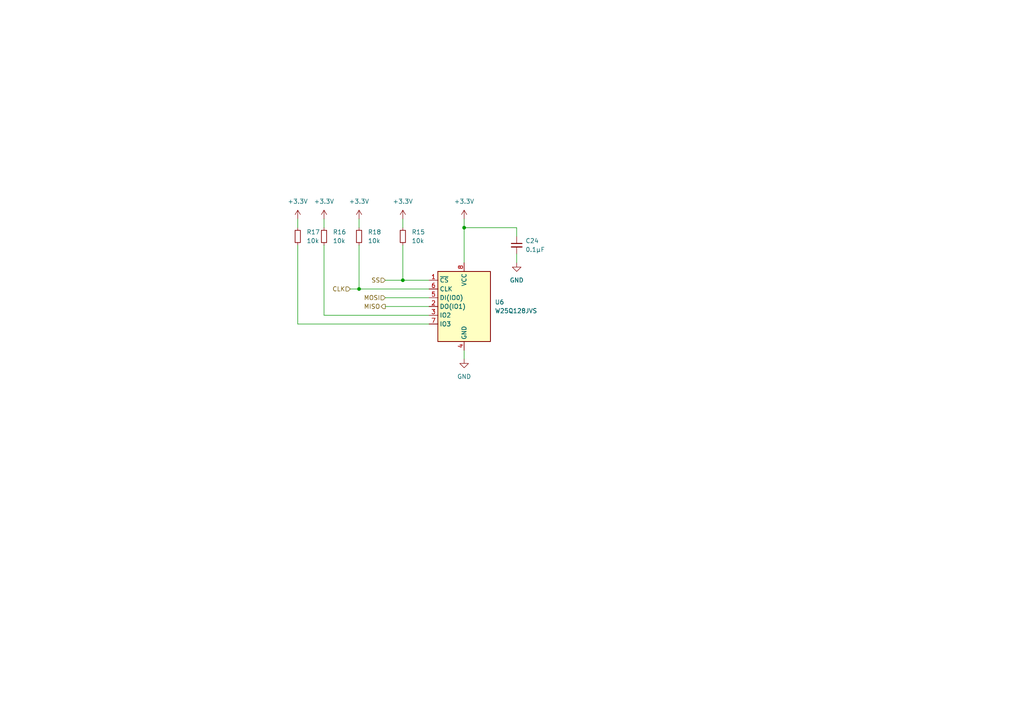
<source format=kicad_sch>
(kicad_sch (version 20230121) (generator eeschema)
  (paper "A4")
  (lib_symbols
    (symbol "Device:C_Small" (pin_numbers hide) (pin_names (offset 0.254) hide)
      (property "Reference" "C" (at 0.254 1.778 0))
      (property "Value" "C_Small" (at 0.254 -2.032 0))
      (symbol "C_Small_0_1"
        (polyline (pts (xy -1.524 -0.508) (xy 1.524 -0.508)) (stroke (width 0.3302)))
        (polyline (pts (xy -1.524 0.508) (xy 1.524 0.508)) (stroke (width 0.3048)))
      )
      (symbol "C_Small_1_1"
        (pin passive line (at 0 2.54 270) (length 2.032) (name "~") (number "1"))
        (pin passive line (at 0 -2.54 90) (length 2.032) (name "~") (number "2"))
      )
    )
    (symbol "Device:R_Small" (pin_numbers hide) (pin_names (offset 0.254) hide)
      (property "Reference" "R" (at 0.762 0.508 0))
      (property "Value" "R_Small" (at 0.762 -1.016 0))
      (symbol "R_Small_0_1"
        (rectangle (start -0.762 1.778) (end 0.762 -1.778) (stroke (width 0.2032)))
      )
      (symbol "R_Small_1_1"
        (pin passive line (at 0 2.54 270) (length 0.762) (name "~") (number "1"))
        (pin passive line (at 0 -2.54 90) (length 0.762) (name "~") (number "2"))
      )
    )
    (symbol "Memory_Flash:W25Q128JVS"
      (property "Reference" "U" (at -8.89 8.89 0))
      (property "Value" "W25Q128JVS" (at 7.62 8.89 0))
      (symbol "W25Q128JVS_0_1"
        (rectangle (start -7.62 10.16) (end 7.62 -10.16) (stroke (width 0.254)) (fill (type background)))
      )
      (symbol "W25Q128JVS_1_1"
        (pin input line (at -10.16 7.62 0) (length 2.54) (name "~{CS}") (number "1"))
        (pin bidirectional line (at -10.16 0 0) (length 2.54) (name "DO(IO1)") (number "2"))
        (pin bidirectional line (at -10.16 -2.54 0) (length 2.54) (name "IO2") (number "3"))
        (pin power_in line (at 0 -12.7 90) (length 2.54) (name "GND") (number "4"))
        (pin bidirectional line (at -10.16 2.54 0) (length 2.54) (name "DI(IO0)") (number "5"))
        (pin input line (at -10.16 5.08 0) (length 2.54) (name "CLK") (number "6"))
        (pin bidirectional line (at -10.16 -5.08 0) (length 2.54) (name "IO3") (number "7"))
        (pin power_in line (at 0 12.7 270) (length 2.54) (name "VCC") (number "8"))
      )
    )
    (symbol "power:+3.3V" (power) (pin_names (offset 0))
      (property "Value" "+3.3V" (at 0 3.556 0))
      (symbol "+3.3V_0_1"
        (polyline (pts (xy -0.762 1.27) (xy 0 2.54)))
        (polyline (pts (xy 0 0) (xy 0 2.54)))
        (polyline (pts (xy 0 2.54) (xy 0.762 1.27)))
      )
      (symbol "+3.3V_1_1"
        (pin power_in line (at 0 0 90) (length 0) hide (name "+3.3V") (number "1"))
      )
    )
    (symbol "power:GND" (power) (pin_names (offset 0))
      (property "Value" "GND" (at 0 -3.81 0))
      (symbol "GND_0_1"
        (polyline (pts (xy 0 0) (xy 0 -1.27) (xy 1.27 -1.27) (xy 0 -2.54) (xy -1.27 -1.27) (xy 0 -1.27)))
      )
      (symbol "GND_1_1"
        (pin power_in line (at 0 0 270) (length 0) hide (name "GND") (number "1"))
      )
    )
  )
  (junction (at 134.62 66.04))
  (junction (at 116.84 81.28))
  (junction (at 104.14 83.82))
  (wire (pts (xy 104.14 63.5) (xy 104.14 66.04)))
  (wire (pts (xy 104.14 71.12) (xy 104.14 83.82)))
  (wire (pts (xy 134.62 66.04) (xy 134.62 76.2)))
  (wire (pts (xy 134.62 63.5) (xy 134.62 66.04)))
  (wire (pts (xy 86.36 93.98) (xy 124.46 93.98)))
  (wire (pts (xy 93.98 63.5) (xy 93.98 66.04)))
  (wire (pts (xy 134.62 101.6) (xy 134.62 104.14)))
  (wire (pts (xy 86.36 63.5) (xy 86.36 66.04)))
  (wire (pts (xy 111.76 88.9) (xy 124.46 88.9)))
  (wire (pts (xy 86.36 71.12) (xy 86.36 93.98)))
  (wire (pts (xy 104.14 83.82) (xy 124.46 83.82)))
  (wire (pts (xy 134.62 66.04) (xy 149.86 66.04)))
  (wire (pts (xy 93.98 91.44) (xy 124.46 91.44)))
  (wire (pts (xy 116.84 63.5) (xy 116.84 66.04)))
  (wire (pts (xy 93.98 71.12) (xy 93.98 91.44)))
  (wire (pts (xy 111.76 81.28) (xy 116.84 81.28)))
  (wire (pts (xy 116.84 71.12) (xy 116.84 81.28)))
  (wire (pts (xy 101.6 83.82) (xy 104.14 83.82)))
  (wire (pts (xy 149.86 73.66) (xy 149.86 76.2)))
  (wire (pts (xy 116.84 81.28) (xy 124.46 81.28)))
  (wire (pts (xy 149.86 68.58) (xy 149.86 66.04)))
  (wire (pts (xy 111.76 86.36) (xy 124.46 86.36)))
  (hierarchical_label "SS" (shape input) (at 111.76 81.28 180))
  (hierarchical_label "MISO" (shape output) (at 111.76 88.9 180))
  (hierarchical_label "MOSI" (shape input) (at 111.76 86.36 180))
  (hierarchical_label "CLK" (shape input) (at 101.6 83.82 180))
  (symbol (lib_id "Device:R_Small") (at 116.84 68.58 0) (unit 1)
    (property "Reference" "R15" (at 119.38 67.31 0) (effects (justify left)))
    (property "Value" "10k" (at 119.38 69.85 0) (effects (justify left)))
    (property "Footprint" "Resistor_SMD:R_0603_1608Metric" (effects hide))
  )
  (symbol (lib_id "power:GND") (at 149.86 76.2 0) (unit 1)
    (property "Reference" "#PWR049" (effects hide))
    (property "Value" "GND" (at 149.86 81.28 0))
  )
  (symbol (lib_id "Device:R_Small") (at 93.98 68.58 0) (unit 1)
    (property "Reference" "R16" (at 96.52 67.31 0) (effects (justify left)))
    (property "Value" "10k" (at 96.52 69.85 0) (effects (justify left)))
    (property "Footprint" "Resistor_SMD:R_0603_1608Metric" (effects hide))
  )
  (symbol (lib_id "Memory_Flash:W25Q128JVS") (at 134.62 88.9 0) (unit 1)
    (property "Reference" "U6" (at 143.51 87.63 0) (effects (justify left)))
    (property "Value" "W25Q128JVS" (at 143.51 90.17 0) (effects (justify left)))
    (property "Footprint" "Package_SO:SOIC-8_5.23x5.23mm_P1.27mm" (effects hide))
    (property "Datasheet" "http://www.winbond.com/resource-files/w25q128jv_dtr%20revc%2003272018%20plus.pdf" (effects hide))
  )
  (symbol (lib_id "power:+3.3V") (at 134.62 63.5 0) (unit 1)
    (property "Reference" "#PWR047" (effects hide))
    (property "Value" "+3.3V" (at 134.62 58.42 0))
  )
  (symbol (lib_id "Device:R_Small") (at 86.36 68.58 0) (unit 1)
    (property "Reference" "R17" (at 88.9 67.31 0) (effects (justify left)))
    (property "Value" "10k" (at 88.9 69.85 0) (effects (justify left)))
    (property "Footprint" "Resistor_SMD:R_0603_1608Metric" (effects hide))
  )
  (symbol (lib_id "power:GND") (at 134.62 104.14 0) (unit 1)
    (property "Reference" "#PWR048" (effects hide))
    (property "Value" "GND" (at 134.62 109.22 0))
  )
  (symbol (lib_id "power:+3.3V") (at 86.36 63.5 0) (unit 1)
    (property "Reference" "#PWR052" (effects hide))
    (property "Value" "+3.3V" (at 86.36 58.42 0))
  )
  (symbol (lib_id "Device:R_Small") (at 104.14 68.58 0) (unit 1)
    (property "Reference" "R18" (at 106.68 67.31 0) (effects (justify left)))
    (property "Value" "10k" (at 106.68 69.85 0) (effects (justify left)))
    (property "Footprint" "Resistor_SMD:R_0603_1608Metric" (effects hide))
  )
  (symbol (lib_id "power:+3.3V") (at 104.14 63.5 0) (unit 1)
    (property "Reference" "#PWR053" (effects hide))
    (property "Value" "+3.3V" (at 104.14 58.42 0))
  )
  (symbol (lib_id "power:+3.3V") (at 93.98 63.5 0) (unit 1)
    (property "Reference" "#PWR051" (effects hide))
    (property "Value" "+3.3V" (at 93.98 58.42 0))
  )
  (symbol (lib_id "Device:C_Small") (at 149.86 71.12 0) (unit 1)
    (property "Reference" "C24" (at 152.4 69.8563 0) (effects (justify left)))
    (property "Value" "0.1µF" (at 152.4 72.3963 0) (effects (justify left)))
    (property "Footprint" "Capacitor_SMD:C_0603_1608Metric" (effects hide))
  )
  (symbol (lib_id "power:+3.3V") (at 116.84 63.5 0) (unit 1)
    (property "Reference" "#PWR050" (effects hide))
    (property "Value" "+3.3V" (at 116.84 58.42 0))
  )
)
</source>
